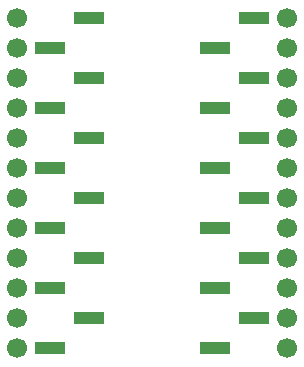
<source format=gbs>
G04 #@! TF.GenerationSoftware,KiCad,Pcbnew,9.0.6*
G04 #@! TF.CreationDate,2025-12-31T14:00:50-06:00*
G04 #@! TF.ProjectId,QFN-20_4x4,51464e2d-3230-45f3-9478-342e6b696361,rev?*
G04 #@! TF.SameCoordinates,Original*
G04 #@! TF.FileFunction,Soldermask,Bot*
G04 #@! TF.FilePolarity,Negative*
%FSLAX46Y46*%
G04 Gerber Fmt 4.6, Leading zero omitted, Abs format (unit mm)*
G04 Created by KiCad (PCBNEW 9.0.6) date 2025-12-31 14:00:50*
%MOMM*%
%LPD*%
G01*
G04 APERTURE LIST*
%ADD10R,2.510000X1.000000*%
%ADD11C,1.700000*%
G04 APERTURE END LIST*
D10*
X133099000Y-106680000D03*
X129789000Y-109220000D03*
X133099000Y-111760000D03*
X129789000Y-114300000D03*
X133099000Y-116840000D03*
X129789000Y-119380000D03*
X133099000Y-121920000D03*
X129789000Y-124460000D03*
X133099000Y-127000000D03*
X129789000Y-129540000D03*
X133099000Y-132080000D03*
X129789000Y-134620000D03*
X147071000Y-106680000D03*
X143761000Y-109220000D03*
X147071000Y-111760000D03*
X143761000Y-114300000D03*
X147071000Y-116840000D03*
X143761000Y-119380000D03*
X147071000Y-121920000D03*
X143761000Y-124460000D03*
X147071000Y-127000000D03*
X143761000Y-129540000D03*
X147071000Y-132080000D03*
X143761000Y-134620000D03*
D11*
X149860000Y-106680000D03*
X149860000Y-109220000D03*
X149860000Y-111760000D03*
X149860000Y-114300000D03*
X149860000Y-116840000D03*
X149860000Y-119380000D03*
X149860000Y-121920000D03*
X149860000Y-124460000D03*
X149860000Y-127000000D03*
X149860000Y-129540000D03*
X149860000Y-132080000D03*
X149860000Y-134620000D03*
X127000000Y-106680000D03*
X127000000Y-109220000D03*
X127000000Y-111760000D03*
X127000000Y-114300000D03*
X127000000Y-116840000D03*
X127000000Y-119380000D03*
X127000000Y-121920000D03*
X127000000Y-124460000D03*
X127000000Y-127000000D03*
X127000000Y-129540000D03*
X127000000Y-132080000D03*
X127000000Y-134620000D03*
M02*

</source>
